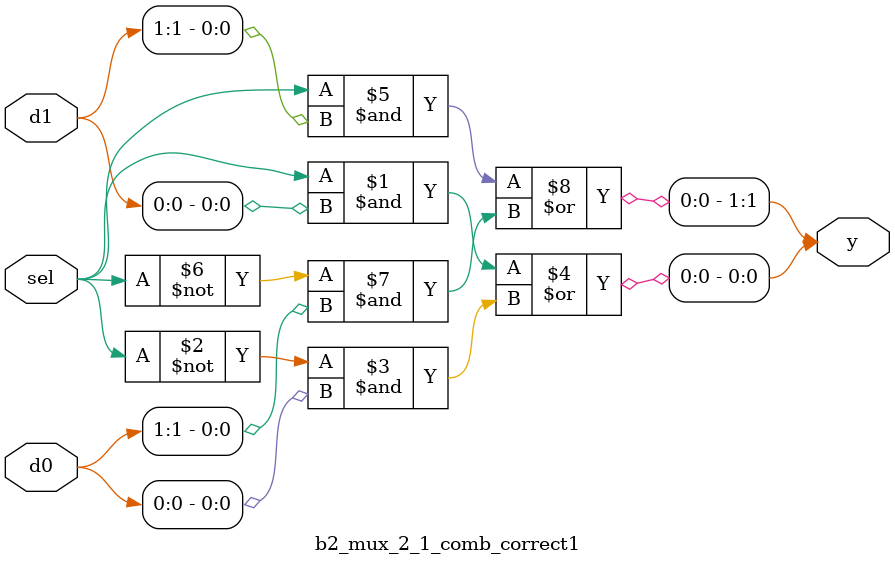
<source format=v>
module b2_mux_2_1_comb_correct1
(
    input  [1:0] d0,
    input  [1:0] d1,
    input        sel,
    output [1:0] y
);

    assign y[0] = (sel & d1[0]) | ((~sel) & d0[0]);
    assign y[1] = (sel & d1[1]) | ((~sel) & d0[1]);
    
endmodule
</source>
